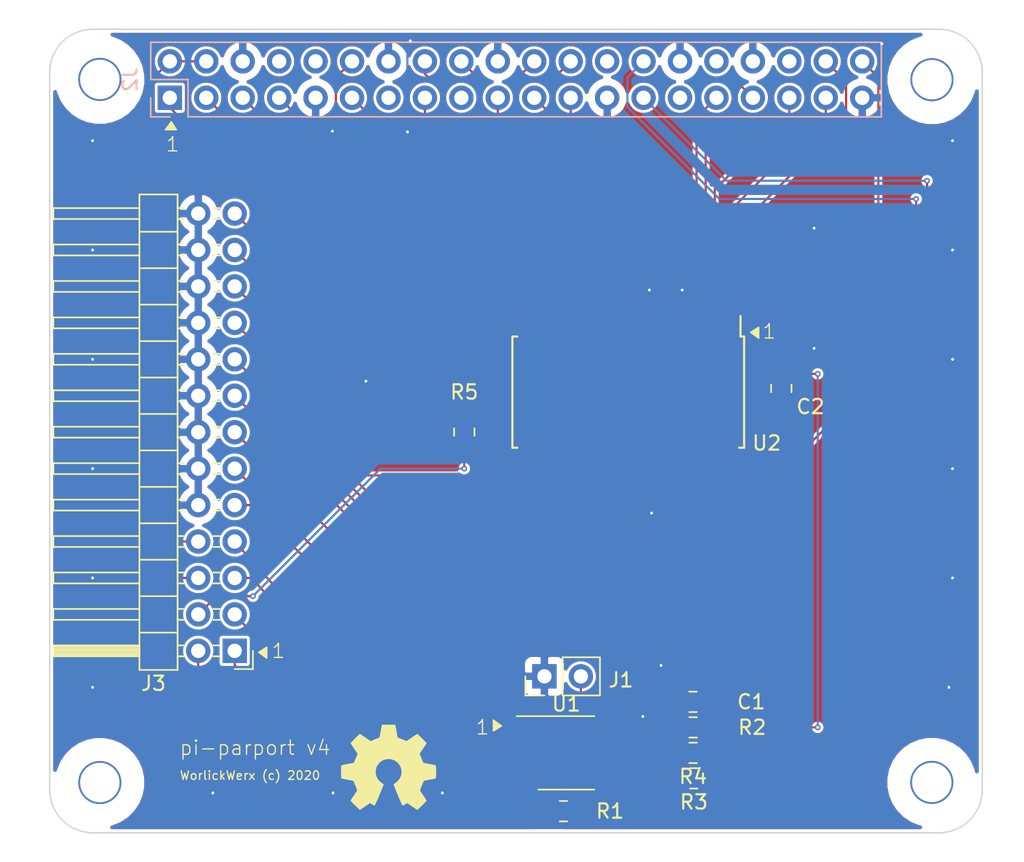
<source format=kicad_pcb>
(kicad_pcb (version 20171130) (host pcbnew 5.1.4+dfsg1-1~bpo10+1)
  (layers (0 F.Cu signal) (31 B.Cu signal) (34 B.Paste user) (35 F.Paste user) (36 B.SilkS user) (37 F.SilkS user) (38 B.Mask user) (39 F.Mask user) (44 Edge.Cuts user))
  (net 0 "")
  (net 1 GND)
  (net 2 /ID_SD_EEPROM)
  (net 3 /ID_SC_EEPROM)
  (net 4 "Net-(J1-Pad2)")
  (net 5 +3V3)
  (net 6 +5V)
  (net 7 /GPIO2)
  (net 8 /GPIO3)
  (net 9 /GPIO4)
  (net 10 "Net-(J2-Pad8)")
  (net 11 "Net-(J2-Pad10)")
  (net 12 /GPIO17)
  (net 13 /GPIO18)
  (net 14 "Net-(J2-Pad13)")
  (net 15 /GPIO22)
  (net 16 /GPIO23)
  (net 17 "Net-(J2-Pad17)")
  (net 18 /GPIO24)
  (net 19 /GPIO10)
  (net 20 /GPIO9)
  (net 21 /GPIO25)
  (net 22 /GPIO11)
  (net 23 /GPIO8)
  (net 24 "Net-(J2-Pad26)")
  (net 25 "Net-(J2-Pad29)")
  (net 26 /GPIO6)
  (net 27 "Net-(J2-Pad32)")
  (net 28 /GPIO13)
  (net 29 /GPIO19)
  (net 30 "Net-(J2-Pad36)")
  (net 31 /GPIO26)
  (net 32 /GPIO20)
  (net 33 /GPIO21)
  (net 34 /CONTROL0)
  (net 35 /CONTROL1)
  (net 36 /DATA0)
  (net 37 /STATUS3)
  (net 38 /DATA1)
  (net 39 /CONTROL2)
  (net 40 /DATA2)
  (net 41 /CONTROL3)
  (net 42 /DATA3)
  (net 43 /DATA4)
  (net 44 /DATA5)
  (net 45 /DATA6)
  (net 46 /DATA7)
  (net 47 /STATUS6)
  (net 48 /STATUS7)
  (net 49 /STATUS5)
  (net 50 /STATUS4)
  (net 51 "Net-(U2-Pad30)")
  (net 52 "Net-(U2-Pad43)")
  (module Symbol:OSHW-Symbol_6.7x6mm_SilkScreen (layer F.Cu) (at 102.1588 112.268)
    (fp_text reference REF** hide)
    (fp_text value OSHW-Symbol_6.7x6mm_SilkScreen hide)
  )
  (module Package_SO:SSOP-48_7.5x15.9mm_P0.635mm (layer F.Cu) (at 118.872 86.106 270)
    (fp_text reference U2 (at 3.556 -9.652 180) (layer F.SilkS))
    (fp_text value SN74LVC161284DLR)
    (pad 1 smd rect (at -4.7 -7.3025 270) (size 1.2 0.4) (layers F.Cu F.Paste F.Mask) (net 32 /GPIO20))
    (pad 2 smd rect (at -4.7 -6.6675 270) (size 1.2 0.4) (layers F.Cu F.Paste F.Mask) (net 31 /GPIO26))
    (pad 3 smd rect (at -4.7 -6.0325 270) (size 1.2 0.4) (layers F.Cu F.Paste F.Mask) (net 29 /GPIO19))
    (pad 4 smd rect (at -4.7 -5.3975 270) (size 1.2 0.4) (layers F.Cu F.Paste F.Mask) (net 26 /GPIO6))
    (pad 5 smd rect (at -4.7 -4.7625 270) (size 1.2 0.4) (layers F.Cu F.Paste F.Mask) (net 28 /GPIO13))
    (pad 6 smd rect (at -4.7 -4.1275 270) (size 1.2 0.4) (layers F.Cu F.Paste F.Mask) (net 1 GND))
    (pad 7 smd rect (at -4.7 -3.4925 270) (size 1.2 0.4) (layers F.Cu F.Paste F.Mask) (net 5 +3V3))
    (pad 8 smd rect (at -4.7 -2.8575 270) (size 1.2 0.4) (layers F.Cu F.Paste F.Mask) (net 22 /GPIO11))
    (pad 9 smd rect (at -4.7 -2.2225 270) (size 1.2 0.4) (layers F.Cu F.Paste F.Mask) (net 23 /GPIO8))
    (pad 10 smd rect (at -4.7 -1.5875 270) (size 1.2 0.4) (layers F.Cu F.Paste F.Mask) (net 1 GND))
    (pad 11 smd rect (at -4.7 -0.9525 270) (size 1.2 0.4) (layers F.Cu F.Paste F.Mask) (net 20 /GPIO9))
    (pad 12 smd rect (at -4.7 -0.3175 270) (size 1.2 0.4) (layers F.Cu F.Paste F.Mask) (net 21 /GPIO25))
    (pad 13 smd rect (at -4.7 0.3175 270) (size 1.2 0.4) (layers F.Cu F.Paste F.Mask) (net 19 /GPIO10))
    (pad 14 smd rect (at -4.7 0.9525 270) (size 1.2 0.4) (layers F.Cu F.Paste F.Mask) (net 18 /GPIO24))
    (pad 15 smd rect (at -4.7 1.5875 270) (size 1.2 0.4) (layers F.Cu F.Paste F.Mask) (net 1 GND))
    (pad 16 smd rect (at -4.7 2.2225 270) (size 1.2 0.4) (layers F.Cu F.Paste F.Mask) (net 16 /GPIO23))
    (pad 17 smd rect (at -4.7 2.8575 270) (size 1.2 0.4) (layers F.Cu F.Paste F.Mask) (net 15 /GPIO22))
    (pad 18 smd rect (at -4.7 3.4925 270) (size 1.2 0.4) (layers F.Cu F.Paste F.Mask) (net 5 +3V3))
    (pad 19 smd rect (at -4.7 4.1275 270) (size 1.2 0.4) (layers F.Cu F.Paste F.Mask) (net 1 GND))
    (pad 20 smd rect (at -4.7 4.7625 270) (size 1.2 0.4) (layers F.Cu F.Paste F.Mask) (net 12 /GPIO17))
    (pad 21 smd rect (at -4.7 5.3975 270) (size 1.2 0.4) (layers F.Cu F.Paste F.Mask) (net 13 /GPIO18))
    (pad 22 smd rect (at -4.7 6.0325 270) (size 1.2 0.4) (layers F.Cu F.Paste F.Mask) (net 9 /GPIO4))
    (pad 23 smd rect (at -4.7 6.6675 270) (size 1.2 0.4) (layers F.Cu F.Paste F.Mask) (net 8 /GPIO3))
    (pad 24 smd rect (at -4.7 7.3025 270) (size 1.2 0.4) (layers F.Cu F.Paste F.Mask) (net 7 /GPIO2))
    (pad 25 smd rect (at 4.7 7.3025 270) (size 1.2 0.4) (layers F.Cu F.Paste F.Mask) (net 37 /STATUS3))
    (pad 26 smd rect (at 4.7 6.6675 270) (size 1.2 0.4) (layers F.Cu F.Paste F.Mask) (net 50 /STATUS4))
    (pad 27 smd rect (at 4.7 6.0325 270) (size 1.2 0.4) (layers F.Cu F.Paste F.Mask) (net 49 /STATUS5))
    (pad 28 smd rect (at 4.7 5.3975 270) (size 1.2 0.4) (layers F.Cu F.Paste F.Mask) (net 48 /STATUS7))
    (pad 29 smd rect (at 4.7 4.7625 270) (size 1.2 0.4) (layers F.Cu F.Paste F.Mask) (net 47 /STATUS6))
    (pad 30 smd rect (at 4.7 4.1275 270) (size 1.2 0.4) (layers F.Cu F.Paste F.Mask) (net 51 "Net-(U2-Pad30)"))
    (pad 31 smd rect (at 4.7 3.4925 270) (size 1.2 0.4) (layers F.Cu F.Paste F.Mask) (net 6 +5V))
    (pad 32 smd rect (at 4.7 2.8575 270) (size 1.2 0.4) (layers F.Cu F.Paste F.Mask) (net 46 /DATA7))
    (pad 33 smd rect (at 4.7 2.2225 270) (size 1.2 0.4) (layers F.Cu F.Paste F.Mask) (net 45 /DATA6))
    (pad 34 smd rect (at 4.7 1.5875 270) (size 1.2 0.4) (layers F.Cu F.Paste F.Mask) (net 1 GND))
    (pad 35 smd rect (at 4.7 0.9525 270) (size 1.2 0.4) (layers F.Cu F.Paste F.Mask) (net 44 /DATA5))
    (pad 36 smd rect (at 4.7 0.3175 270) (size 1.2 0.4) (layers F.Cu F.Paste F.Mask) (net 43 /DATA4))
    (pad 37 smd rect (at 4.7 -0.3175 270) (size 1.2 0.4) (layers F.Cu F.Paste F.Mask) (net 42 /DATA3))
    (pad 38 smd rect (at 4.7 -0.9525 270) (size 1.2 0.4) (layers F.Cu F.Paste F.Mask) (net 40 /DATA2))
    (pad 39 smd rect (at 4.7 -1.5875 270) (size 1.2 0.4) (layers F.Cu F.Paste F.Mask) (net 1 GND))
    (pad 40 smd rect (at 4.7 -2.2225 270) (size 1.2 0.4) (layers F.Cu F.Paste F.Mask) (net 38 /DATA1))
    (pad 41 smd rect (at 4.7 -2.8575 270) (size 1.2 0.4) (layers F.Cu F.Paste F.Mask) (net 36 /DATA0))
    (pad 42 smd rect (at 4.7 -3.4925 270) (size 1.2 0.4) (layers F.Cu F.Paste F.Mask) (net 6 +5V))
    (pad 43 smd rect (at 4.7 -4.1275 270) (size 1.2 0.4) (layers F.Cu F.Paste F.Mask) (net 52 "Net-(U2-Pad43)"))
    (pad 44 smd rect (at 4.7 -4.7625 270) (size 1.2 0.4) (layers F.Cu F.Paste F.Mask) (net 34 /CONTROL0))
    (pad 45 smd rect (at 4.7 -5.3975 270) (size 1.2 0.4) (layers F.Cu F.Paste F.Mask) (net 35 /CONTROL1))
    (pad 46 smd rect (at 4.7 -6.0325 270) (size 1.2 0.4) (layers F.Cu F.Paste F.Mask) (net 39 /CONTROL2))
    (pad 47 smd rect (at 4.7 -6.6675 270) (size 1.2 0.4) (layers F.Cu F.Paste F.Mask) (net 41 /CONTROL3))
    (pad 48 smd rect (at 4.7 -7.3025 270) (size 1.2 0.4) (layers F.Cu F.Paste F.Mask) (net 33 /GPIO21))
  )
  (module Connector_PinHeader_2.54mm:PinHeader_2x13_P2.54mm_Horizontal (layer F.Cu) (at 91.44 104.14 180)
    (fp_text reference J3 (at 5.655 -2.27) (layer F.SilkS))
    (fp_text value Conn_02x13_Odd_Even)
    (pad 1 thru_hole rect (at 0 0 180) (size 1.7 1.7) (drill 1) (layers *.Cu *.Mask) (net 34 /CONTROL0))
    (pad 2 thru_hole oval (at 2.54 0 180) (size 1.7 1.7) (drill 1) (layers *.Cu *.Mask) (net 35 /CONTROL1))
    (pad 3 thru_hole oval (at 0 2.54 180) (size 1.7 1.7) (drill 1) (layers *.Cu *.Mask) (net 36 /DATA0))
    (pad 4 thru_hole oval (at 2.54 2.54 180) (size 1.7 1.7) (drill 1) (layers *.Cu *.Mask) (net 37 /STATUS3))
    (pad 5 thru_hole oval (at 0 5.08 180) (size 1.7 1.7) (drill 1) (layers *.Cu *.Mask) (net 38 /DATA1))
    (pad 6 thru_hole oval (at 2.54 5.08 180) (size 1.7 1.7) (drill 1) (layers *.Cu *.Mask) (net 39 /CONTROL2))
    (pad 7 thru_hole oval (at 0 7.62 180) (size 1.7 1.7) (drill 1) (layers *.Cu *.Mask) (net 40 /DATA2))
    (pad 8 thru_hole oval (at 2.54 7.62 180) (size 1.7 1.7) (drill 1) (layers *.Cu *.Mask) (net 41 /CONTROL3))
    (pad 9 thru_hole oval (at 0 10.16 180) (size 1.7 1.7) (drill 1) (layers *.Cu *.Mask) (net 42 /DATA3))
    (pad 10 thru_hole oval (at 2.54 10.16 180) (size 1.7 1.7) (drill 1) (layers *.Cu *.Mask) (net 1 GND))
    (pad 11 thru_hole oval (at 0 12.7 180) (size 1.7 1.7) (drill 1) (layers *.Cu *.Mask) (net 43 /DATA4))
    (pad 12 thru_hole oval (at 2.54 12.7 180) (size 1.7 1.7) (drill 1) (layers *.Cu *.Mask) (net 1 GND))
    (pad 13 thru_hole oval (at 0 15.24 180) (size 1.7 1.7) (drill 1) (layers *.Cu *.Mask) (net 44 /DATA5))
    (pad 14 thru_hole oval (at 2.54 15.24 180) (size 1.7 1.7) (drill 1) (layers *.Cu *.Mask) (net 1 GND))
    (pad 15 thru_hole oval (at 0 17.78 180) (size 1.7 1.7) (drill 1) (layers *.Cu *.Mask) (net 45 /DATA6))
    (pad 16 thru_hole oval (at 2.54 17.78 180) (size 1.7 1.7) (drill 1) (layers *.Cu *.Mask) (net 1 GND))
    (pad 17 thru_hole oval (at 0 20.32 180) (size 1.7 1.7) (drill 1) (layers *.Cu *.Mask) (net 46 /DATA7))
    (pad 18 thru_hole oval (at 2.54 20.32 180) (size 1.7 1.7) (drill 1) (layers *.Cu *.Mask) (net 1 GND))
    (pad 19 thru_hole oval (at 0 22.86 180) (size 1.7 1.7) (drill 1) (layers *.Cu *.Mask) (net 47 /STATUS6))
    (pad 20 thru_hole oval (at 2.54 22.86 180) (size 1.7 1.7) (drill 1) (layers *.Cu *.Mask) (net 1 GND))
    (pad 21 thru_hole oval (at 0 25.4 180) (size 1.7 1.7) (drill 1) (layers *.Cu *.Mask) (net 48 /STATUS7))
    (pad 22 thru_hole oval (at 2.54 25.4 180) (size 1.7 1.7) (drill 1) (layers *.Cu *.Mask) (net 1 GND))
    (pad 23 thru_hole oval (at 0 27.94 180) (size 1.7 1.7) (drill 1) (layers *.Cu *.Mask) (net 49 /STATUS5))
    (pad 24 thru_hole oval (at 2.54 27.94 180) (size 1.7 1.7) (drill 1) (layers *.Cu *.Mask) (net 1 GND))
    (pad 25 thru_hole oval (at 0 30.48 180) (size 1.7 1.7) (drill 1) (layers *.Cu *.Mask) (net 50 /STATUS4))
    (pad 26 thru_hole oval (at 2.54 30.48 180) (size 1.7 1.7) (drill 1) (layers *.Cu *.Mask) (net 1 GND))
  )
  (module Connector_PinSocket_2.54mm:PinSocket_2x20_P2.54mm_Vertical (layer B.Cu) (at 86.92 65.59 270)
    (fp_text reference J2 (at -1.27 2.77 270) (layer B.SilkS) (effects (justify mirror)))
    (fp_text value 40HAT)
    (pad 1 thru_hole rect (at 0 0 270) (size 1.7 1.7) (drill 1) (layers *.Cu *.Mask) (net 5 +3V3))
    (pad 2 thru_hole oval (at -2.54 0 270) (size 1.7 1.7) (drill 1) (layers *.Cu *.Mask) (net 6 +5V))
    (pad 3 thru_hole oval (at 0 -2.54 270) (size 1.7 1.7) (drill 1) (layers *.Cu *.Mask) (net 7 /GPIO2))
    (pad 4 thru_hole oval (at -2.54 -2.54 270) (size 1.7 1.7) (drill 1) (layers *.Cu *.Mask) (net 6 +5V))
    (pad 5 thru_hole oval (at 0 -5.08 270) (size 1.7 1.7) (drill 1) (layers *.Cu *.Mask) (net 8 /GPIO3))
    (pad 6 thru_hole oval (at -2.54 -5.08 270) (size 1.7 1.7) (drill 1) (layers *.Cu *.Mask) (net 1 GND))
    (pad 7 thru_hole oval (at 0 -7.62 270) (size 1.7 1.7) (drill 1) (layers *.Cu *.Mask) (net 9 /GPIO4))
    (pad 8 thru_hole oval (at -2.54 -7.62 270) (size 1.7 1.7) (drill 1) (layers *.Cu *.Mask) (net 10 "Net-(J2-Pad8)"))
    (pad 9 thru_hole oval (at 0 -10.16 270) (size 1.7 1.7) (drill 1) (layers *.Cu *.Mask) (net 1 GND))
    (pad 10 thru_hole oval (at -2.54 -10.16 270) (size 1.7 1.7) (drill 1) (layers *.Cu *.Mask) (net 11 "Net-(J2-Pad10)"))
    (pad 11 thru_hole oval (at 0 -12.7 270) (size 1.7 1.7) (drill 1) (layers *.Cu *.Mask) (net 12 /GPIO17))
    (pad 12 thru_hole oval (at -2.54 -12.7 270) (size 1.7 1.7) (drill 1) (layers *.Cu *.Mask) (net 13 /GPIO18))
    (pad 13 thru_hole oval (at 0 -15.24 270) (size 1.7 1.7) (drill 1) (layers *.Cu *.Mask) (net 14 "Net-(J2-Pad13)"))
    (pad 14 thru_hole oval (at -2.54 -15.24 270) (size 1.7 1.7) (drill 1) (layers *.Cu *.Mask) (net 1 GND))
    (pad 15 thru_hole oval (at 0 -17.78 270) (size 1.7 1.7) (drill 1) (layers *.Cu *.Mask) (net 15 /GPIO22))
    (pad 16 thru_hole oval (at -2.54 -17.78 270) (size 1.7 1.7) (drill 1) (layers *.Cu *.Mask) (net 16 /GPIO23))
    (pad 17 thru_hole oval (at 0 -20.32 270) (size 1.7 1.7) (drill 1) (layers *.Cu *.Mask) (net 17 "Net-(J2-Pad17)"))
    (pad 18 thru_hole oval (at -2.54 -20.32 270) (size 1.7 1.7) (drill 1) (layers *.Cu *.Mask) (net 18 /GPIO24))
    (pad 19 thru_hole oval (at 0 -22.86 270) (size 1.7 1.7) (drill 1) (layers *.Cu *.Mask) (net 19 /GPIO10))
    (pad 20 thru_hole oval (at -2.54 -22.86 270) (size 1.7 1.7) (drill 1) (layers *.Cu *.Mask) (net 1 GND))
    (pad 21 thru_hole oval (at 0 -25.4 270) (size 1.7 1.7) (drill 1) (layers *.Cu *.Mask) (net 20 /GPIO9))
    (pad 22 thru_hole oval (at -2.54 -25.4 270) (size 1.7 1.7) (drill 1) (layers *.Cu *.Mask) (net 21 /GPIO25))
    (pad 23 thru_hole oval (at 0 -27.94 270) (size 1.7 1.7) (drill 1) (layers *.Cu *.Mask) (net 22 /GPIO11))
    (pad 24 thru_hole oval (at -2.54 -27.94 270) (size 1.7 1.7) (drill 1) (layers *.Cu *.Mask) (net 23 /GPIO8))
    (pad 25 thru_hole oval (at 0 -30.48 270) (size 1.7 1.7) (drill 1) (layers *.Cu *.Mask) (net 1 GND))
    (pad 26 thru_hole oval (at -2.54 -30.48 270) (size 1.7 1.7) (drill 1) (layers *.Cu *.Mask) (net 24 "Net-(J2-Pad26)"))
    (pad 27 thru_hole oval (at 0 -33.02 270) (size 1.7 1.7) (drill 1) (layers *.Cu *.Mask) (net 2 /ID_SD_EEPROM))
    (pad 28 thru_hole oval (at -2.54 -33.02 270) (size 1.7 1.7) (drill 1) (layers *.Cu *.Mask) (net 3 /ID_SC_EEPROM))
    (pad 29 thru_hole oval (at 0 -35.56 270) (size 1.7 1.7) (drill 1) (layers *.Cu *.Mask) (net 25 "Net-(J2-Pad29)"))
    (pad 30 thru_hole oval (at -2.54 -35.56 270) (size 1.7 1.7) (drill 1) (layers *.Cu *.Mask) (net 1 GND))
    (pad 31 thru_hole oval (at 0 -38.1 270) (size 1.7 1.7) (drill 1) (layers *.Cu *.Mask) (net 26 /GPIO6))
    (pad 32 thru_hole oval (at -2.54 -38.1 270) (size 1.7 1.7) (drill 1) (layers *.Cu *.Mask) (net 27 "Net-(J2-Pad32)"))
    (pad 33 thru_hole oval (at 0 -40.64 270) (size 1.7 1.7) (drill 1) (layers *.Cu *.Mask) (net 28 /GPIO13))
    (pad 34 thru_hole oval (at -2.54 -40.64 270) (size 1.7 1.7) (drill 1) (layers *.Cu *.Mask) (net 1 GND))
    (pad 35 thru_hole oval (at 0 -43.18 270) (size 1.7 1.7) (drill 1) (layers *.Cu *.Mask) (net 29 /GPIO19))
    (pad 36 thru_hole oval (at -2.54 -43.18 270) (size 1.7 1.7) (drill 1) (layers *.Cu *.Mask) (net 30 "Net-(J2-Pad36)"))
    (pad 37 thru_hole oval (at 0 -45.72 270) (size 1.7 1.7) (drill 1) (layers *.Cu *.Mask) (net 31 /GPIO26))
    (pad 38 thru_hole oval (at -2.54 -45.72 270) (size 1.7 1.7) (drill 1) (layers *.Cu *.Mask) (net 32 /GPIO20))
    (pad 39 thru_hole oval (at 0 -48.26 270) (size 1.7 1.7) (drill 1) (layers *.Cu *.Mask) (net 1 GND))
    (pad 40 thru_hole oval (at -2.54 -48.26 270) (size 1.7 1.7) (drill 1) (layers *.Cu *.Mask) (net 33 /GPIO21))
  )
  (module Connector_PinHeader_2.54mm:PinHeader_1x02_P2.54mm_Vertical (layer F.Cu) (at 113.03 105.918 90)
    (fp_text reference J1 (at -0.254 5.334 180) (layer F.SilkS))
    (fp_text value CONN_01X02)
    (pad 1 thru_hole rect (at 0 0 90) (size 1.7 1.7) (drill 1) (layers *.Cu *.Mask) (net 1 GND))
    (pad 2 thru_hole oval (at 0 2.54 90) (size 1.7 1.7) (drill 1) (layers *.Cu *.Mask) (net 4 "Net-(J1-Pad2)"))
  )
  (module project_footprints:NPTH_3mm_ID (layer F.Cu) (at 82.04 64.31)
    (fp_text reference H1 (at 0.06 0.09) (layer F.SilkS))
    (fp_text value 3mm_Mounting_Hole hide)
    (pad "" np_thru_hole circle (at 0 0) (size 3 3) (drill 2.75) (layers *.Cu *.Mask) (clearance 1.6))
  )
  (module project_footprints:NPTH_3mm_ID (layer F.Cu) (at 140.04 64.33)
    (fp_text reference H3 (at 0.06 0.09) (layer F.SilkS))
    (fp_text value 3mm_Mounting_Hole hide)
    (pad "" np_thru_hole circle (at 0 0) (size 3 3) (drill 2.75) (layers *.Cu *.Mask) (clearance 1.6))
  )
  (module project_footprints:NPTH_3mm_ID (layer F.Cu) (at 82.04 113.32)
    (fp_text reference H2 (at 0.06 0.09) (layer F.SilkS))
    (fp_text value 3mm_Mounting_Hole hide)
    (pad "" np_thru_hole circle (at 0 0) (size 3 3) (drill 2.75) (layers *.Cu *.Mask) (clearance 1.6))
  )
  (module project_footprints:NPTH_3mm_ID (layer F.Cu) (at 140.03 113.31)
    (fp_text reference H4 (at 0.06 0.09) (layer F.SilkS))
    (fp_text value 3mm_Mounting_Hole hide)
    (pad "" np_thru_hole circle (at 0 0) (size 3 3) (drill 2.75) (layers *.Cu *.Mask) (clearance 1.6))
  )
  (module Resistor_SMD:R_0805_2012Metric_Pad1.15x1.40mm_HandSolder (layer F.Cu) (at 107.442 88.891 90)
    (fp_text reference R5 (at 2.785 0 180) (layer F.SilkS))
    (fp_text value 1.4K)
    (pad 1 smd roundrect (at -1.025 0 90) (size 1.15 1.4) (layers F.Cu F.Paste F.Mask) (roundrect_rratio 0.217391) (net 37 /STATUS3))
    (pad 2 smd roundrect (at 1.025 0 90) (size 1.15 1.4) (layers F.Cu F.Paste F.Mask) (roundrect_rratio 0.217391) (net 6 +5V))
  )
  (module Capacitor_SMD:C_0805_2012Metric_Pad1.15x1.40mm_HandSolder (layer F.Cu) (at 123.3805 107.696 180)
    (fp_text reference C1 (at -4.064 0) (layer F.SilkS))
    (fp_text value 100nF)
    (pad 2 smd roundrect (at 1.025 0 180) (size 1.15 1.4) (layers F.Cu F.Paste F.Mask) (roundrect_rratio 0.217391) (net 1 GND))
    (pad 1 smd roundrect (at -1.025 0 180) (size 1.15 1.4) (layers F.Cu F.Paste F.Mask) (roundrect_rratio 0.217391) (net 5 +3V3))
  )
  (module Capacitor_SMD:C_0805_2012Metric_Pad1.15x1.40mm_HandSolder (layer F.Cu) (at 129.54 85.852 270)
    (fp_text reference C2 (at 1.27 -2.032) (layer F.SilkS))
    (fp_text value 100nF)
    (pad 1 smd roundrect (at -1.025 0 270) (size 1.15 1.4) (layers F.Cu F.Paste F.Mask) (roundrect_rratio 0.217391) (net 5 +3V3))
    (pad 2 smd roundrect (at 1.025 0 270) (size 1.15 1.4) (layers F.Cu F.Paste F.Mask) (roundrect_rratio 0.217391) (net 1 GND))
  )
  (module Resistor_SMD:R_0805_2012Metric_Pad1.15x1.40mm_HandSolder (layer F.Cu) (at 114.3535 115.316 180)
    (fp_text reference R1 (at -3.2485 0) (layer F.SilkS))
    (fp_text value DNP)
    (pad 2 smd roundrect (at 1.025 0 180) (size 1.15 1.4) (layers F.Cu F.Paste F.Mask) (roundrect_rratio 0.217391) (net 1 GND))
    (pad 1 smd roundrect (at -1.025 0 180) (size 1.15 1.4) (layers F.Cu F.Paste F.Mask) (roundrect_rratio 0.217391) (net 4 "Net-(J1-Pad2)"))
  )
  (module Resistor_SMD:R_0805_2012Metric_Pad1.15x1.40mm_HandSolder (layer F.Cu) (at 123.3905 109.474)
    (fp_text reference R2 (at 4.1175 0) (layer F.SilkS))
    (fp_text value 10K)
    (pad 1 smd roundrect (at -1.025 0) (size 1.15 1.4) (layers F.Cu F.Paste F.Mask) (roundrect_rratio 0.217391) (net 4 "Net-(J1-Pad2)"))
    (pad 2 smd roundrect (at 1.025 0) (size 1.15 1.4) (layers F.Cu F.Paste F.Mask) (roundrect_rratio 0.217391) (net 5 +3V3))
  )
  (module Resistor_SMD:R_0805_2012Metric_Pad1.15x1.40mm_HandSolder (layer F.Cu) (at 123.444 113.03 180)
    (fp_text reference R3 (at 0 -1.65) (layer F.SilkS))
    (fp_text value 3.9K)
    (pad 1 smd roundrect (at -1.025 0 180) (size 1.15 1.4) (layers F.Cu F.Paste F.Mask) (roundrect_rratio 0.217391) (net 5 +3V3))
    (pad 2 smd roundrect (at 1.025 0 180) (size 1.15 1.4) (layers F.Cu F.Paste F.Mask) (roundrect_rratio 0.217391) (net 2 /ID_SD_EEPROM))
  )
  (module Resistor_SMD:R_0805_2012Metric_Pad1.15x1.40mm_HandSolder (layer F.Cu) (at 123.3905 111.252 180)
    (fp_text reference R4 (at 0 -1.65) (layer F.SilkS))
    (fp_text value 3.9K)
    (pad 2 smd roundrect (at 1.025 0 180) (size 1.15 1.4) (layers F.Cu F.Paste F.Mask) (roundrect_rratio 0.217391) (net 3 /ID_SC_EEPROM))
    (pad 1 smd roundrect (at -1.025 0 180) (size 1.15 1.4) (layers F.Cu F.Paste F.Mask) (roundrect_rratio 0.217391) (net 5 +3V3))
  )
  (module Package_SO:SOIC-8_3.9x4.9mm_P1.27mm (layer F.Cu) (at 114.554 111.252)
    (fp_text reference U1 (at 0 -3.4) (layer F.SilkS))
    (fp_text value CAT24C32)
    (pad 1 smd roundrect (at -2.475 -1.905) (size 1.95 0.6) (layers F.Cu F.Paste F.Mask) (net 1 GND))
    (pad 2 smd roundrect (at -2.475 -0.635) (size 1.95 0.6) (layers F.Cu F.Paste F.Mask) (net 1 GND))
    (pad 3 smd roundrect (at -2.475 0.635) (size 1.95 0.6) (layers F.Cu F.Paste F.Mask) (net 1 GND))
    (pad 4 smd roundrect (at -2.475 1.905) (size 1.95 0.6) (layers F.Cu F.Paste F.Mask) (net 1 GND))
    (pad 5 smd roundrect (at 2.475 1.905) (size 1.95 0.6) (layers F.Cu F.Paste F.Mask) (net 2 /ID_SD_EEPROM))
    (pad 6 smd roundrect (at 2.475 0.635) (size 1.95 0.6) (layers F.Cu F.Paste F.Mask) (net 3 /ID_SC_EEPROM))
    (pad 7 smd roundrect (at 2.475 -0.635) (size 1.95 0.6) (layers F.Cu F.Paste F.Mask) (net 4 "Net-(J1-Pad2)"))
    (pad 8 smd roundrect (at 2.475 -1.905) (size 1.95 0.6) (layers F.Cu F.Paste F.Mask) (net 5 +3V3))
  )
  (gr_text 1 (at 87.122 68.834) (layer F.SilkS) (effects (font (size 1 1) (thickness 0.09))))
  (gr_poly (pts (xy 86.614 67.818) (xy 87.0204 67.2592) (xy 87.376 67.818)) (layer F.SilkS) (width 0.1))
  (gr_text 1 (at 108.712 109.474) (layer F.SilkS) (effects (font (size 1 1) (thickness 0.09))))
  (gr_poly (pts (xy 109.474 108.966) (xy 110.0328 109.3724) (xy 109.474 109.728)) (layer F.SilkS) (width 0.1))
  (gr_poly (pts (xy 93.6752 104.648) (xy 93.1164 104.2416) (xy 93.6752 103.886)) (layer F.SilkS) (width 0.1))
  (gr_text 1 (at 94.488 104.14) (layer F.SilkS) (effects (font (size 1 1) (thickness 0.09))))
  (gr_text 1 (at 128.7 81.875) (layer F.SilkS) (effects (font (size 1 1) (thickness 0.09))))
  (gr_poly (pts (xy 127.9652 82.3468) (xy 127.4064 81.9404) (xy 127.9652 81.5848)) (layer F.SilkS) (width 0.1))
  (gr_text "WorlickWerx (c) 2020" (at 92.5068 112.8268) (layer F.SilkS) (effects (font (size 0.6 0.6) (thickness 0.09))))
  (gr_text "pi-parport v4" (at 92.8624 110.8964) (layer F.SilkS) (effects (font (size 1 1) (thickness 0.09))))
  (gr_line (start 78.546356 63.817611) (end 78.546356 113.817611) (layer Edge.Cuts) (width 0.1))
  (gr_arc (start 81.546356 63.817611) (end 81.546356 60.817611) (angle -90) (layer Edge.Cuts) (width 0.1))
  (gr_line (start 140.546356 60.817611) (end 81.546356 60.817611) (layer Edge.Cuts) (width 0.1))
  (gr_arc (start 140.546356 63.817611) (end 143.546356 63.817611) (angle -90) (layer Edge.Cuts) (width 0.1))
  (gr_line (start 143.546356 113.817611) (end 143.546356 63.817611) (layer Edge.Cuts) (width 0.1))
  (gr_arc (start 81.546356 113.817611) (end 78.546356 113.817611) (angle -90) (layer Edge.Cuts) (width 0.1))
  (gr_line (start 81.546356 116.817611) (end 140.546356 116.817611) (layer Edge.Cuts) (width 0.1))
  (gr_arc (start 140.546356 113.817611) (end 140.546356 116.817611) (angle -89.9) (layer Edge.Cuts) (width 0.1))
  (via (at 81.534 76.2) (size 0.4) (drill 0.2) (layers F.Cu B.Cu) (net 1))
  (via (at 81.534 83.82) (size 0.4) (drill 0.2) (layers F.Cu B.Cu) (net 1))
  (via (at 81.534 91.44) (size 0.4) (drill 0.2) (layers F.Cu B.Cu) (net 1))
  (via (at 81.534 99.06) (size 0.4) (drill 0.2) (layers F.Cu B.Cu) (net 1))
  (via (at 81.534 106.68) (size 0.4) (drill 0.2) (layers F.Cu B.Cu) (net 1))
  (via (at 89.916 114.046) (size 0.4) (drill 0.2) (layers F.Cu B.Cu) (net 1))
  (via (at 98.298 114.046) (size 0.4) (drill 0.2) (layers F.Cu B.Cu) (net 1))
  (via (at 105.918 114.046) (size 0.4) (drill 0.2) (layers F.Cu B.Cu) (net 1))
  (via (at 141.224 106.68) (size 0.4) (drill 0.2) (layers F.Cu B.Cu) (net 1))
  (via (at 141.478 99.06) (size 0.4) (drill 0.2) (layers F.Cu B.Cu) (net 1))
  (via (at 141.478 91.44) (size 0.4) (drill 0.2) (layers F.Cu B.Cu) (net 1))
  (via (at 141.478 76.2) (size 0.4) (drill 0.2) (layers F.Cu B.Cu) (net 1))
  (via (at 141.478 68.58) (size 0.4) (drill 0.2) (layers F.Cu B.Cu) (net 1))
  (via (at 131.826 74.676) (size 0.4) (drill 0.2) (layers F.Cu B.Cu) (net 1))
  (via (at 131.826 83.058) (size 0.4) (drill 0.2) (layers F.Cu B.Cu) (net 1))
  (via (at 121.158 105.156) (size 0.4) (drill 0.2) (layers F.Cu B.Cu) (net 1))
  (via (at 100.584 85.344) (size 0.4) (drill 0.2) (layers F.Cu B.Cu) (net 1))
  (via (at 81.534 68.58) (size 0.4) (drill 0.2) (layers F.Cu B.Cu) (net 1))
  (via (at 141.478 83.82) (size 0.4) (drill 0.2) (layers F.Cu B.Cu) (net 1))
  (via (at 120.3452 78.994) (size 0.4) (drill 0.2) (layers F.Cu B.Cu) (net 1))
  (via (at 120.4976 94.5388) (size 0.4) (drill 0.2) (layers F.Cu B.Cu) (net 1))
  (via (at 122.6312 78.994) (size 0.4) (drill 0.2) (layers F.Cu B.Cu) (net 1))
  (segment (start 120.3452 78.994) (end 122.6312 78.994) (width 0.15) (layer B.Cu) (net 1))
  (via (at 136.5504 61.8236) (size 0.4) (drill 0.2) (layers F.Cu B.Cu) (net 1))
  (via (at 98.2472 67.9196) (size 0.4) (drill 0.2) (layers F.Cu B.Cu) (net 1))
  (via (at 103.6828 61.6204) (size 0.4) (drill 0.2) (layers F.Cu B.Cu) (net 1))
  (via (at 103.4796 67.9704) (size 0.4) (drill 0.2) (layers F.Cu B.Cu) (net 1))
  (segment (start 103.279601 67.770401) (end 103.4796 67.9704) (width 0.15) (layer B.Cu) (net 1))
  (segment (start 103.228801 67.719601) (end 103.279601 67.770401) (width 0.15) (layer B.Cu) (net 1))
  (segment (start 98.447199 67.719601) (end 103.228801 67.719601) (width 0.15) (layer B.Cu) (net 1))
  (segment (start 98.2472 67.9196) (end 98.447199 67.719601) (width 0.15) (layer B.Cu) (net 1))
  (segment (start 103.4796 61.8236) (end 103.6828 61.6204) (width 0.15) (layer B.Cu) (net 1))
  (segment (start 103.4796 67.9704) (end 103.4796 61.8236) (width 0.15) (layer B.Cu) (net 1))
  (via (at 119.888 108.712) (size 0.4) (drill 0.2) (layers F.Cu B.Cu) (net 1))
  (segment (start 120.4976 79.1464) (end 120.3452 78.994) (width 0.15) (layer B.Cu) (net 1))
  (segment (start 120.4976 94.5388) (end 120.4976 79.1464) (width 0.15) (layer B.Cu) (net 1))
  (segment (start 119.94 66.06) (end 119.94 65.59) (width 0.25) (layer B.Cu) (net 2))
  (segment (start 120.49 66.14) (end 119.94 65.59) (width 0.15) (layer F.Cu) (net 2))
  (segment (start 122.3545 113.157) (end 122.4815 113.03) (width 0.15) (layer F.Cu) (net 2))
  (segment (start 117.254 113.157) (end 122.3545 113.157) (width 0.15) (layer F.Cu) (net 2))
  (segment (start 122.4815 113.68) (end 122.4815 113.03) (width 0.15) (layer F.Cu) (net 2))
  (segment (start 130.048 115.316) (end 123.698 115.316) (width 0.15) (layer F.Cu) (net 2))
  (segment (start 139.7 105.664) (end 130.048 115.316) (width 0.15) (layer F.Cu) (net 2))
  (segment (start 123.698 115.316) (end 122.4815 113.68) (width 0.15) (layer F.Cu) (net 2))
  (segment (start 139.7 71.374) (end 125.724 71.374) (width 0.15) (layer B.Cu) (net 2))
  (segment (start 125.724 71.374) (end 119.94 65.59) (width 0.15) (layer B.Cu) (net 2))
  (segment (start 139.7 71.374) (end 139.7 105.664) (width 0.15) (layer F.Cu) (net 2))
  (via (at 139.7 71.374) (size 0.4) (drill 0.2) (layers F.Cu B.Cu) (net 2))
  (segment (start 119.94 63.05) (end 119.85 63.05) (width 0.15) (layer F.Cu) (net 3))
  (segment (start 122.428 111.3295) (end 122.428 111.252) (width 0.15) (layer F.Cu) (net 3))
  (segment (start 121.8555 111.902) (end 122.428 111.3295) (width 0.15) (layer F.Cu) (net 3))
  (segment (start 121.808 111.902) (end 121.8555 111.902) (width 0.15) (layer F.Cu) (net 3))
  (segment (start 121.793 111.887) (end 121.808 111.902) (width 0.15) (layer F.Cu) (net 3))
  (segment (start 117.254 111.887) (end 121.793 111.887) (width 0.15) (layer F.Cu) (net 3))
  (segment (start 122.428 111.252) (end 123.0005 111.252) (width 0.15) (layer F.Cu) (net 3))
  (segment (start 123.0005 111.252) (end 123.444 111.6955) (width 0.15) (layer F.Cu) (net 3))
  (segment (start 123.444 111.6955) (end 123.444 114.046) (width 0.15) (layer F.Cu) (net 3))
  (segment (start 123.444 114.046) (end 123.952 114.554) (width 0.15) (layer F.Cu) (net 3))
  (segment (start 123.952 114.554) (end 124.300002 114.554) (width 0.15) (layer F.Cu) (net 3))
  (segment (start 124.300002 114.554) (end 129.794 114.554) (width 0.15) (layer F.Cu) (net 3))
  (via (at 138.938 72.644) (size 0.4) (drill 0.2) (layers F.Cu B.Cu) (net 3))
  (segment (start 138.938 105.41) (end 138.938 72.644) (width 0.15) (layer F.Cu) (net 3))
  (segment (start 129.794 114.554) (end 138.938 105.41) (width 0.15) (layer F.Cu) (net 3))
  (segment (start 118.814999 66.236999) (end 118.814999 64.175001) (width 0.15) (layer B.Cu) (net 3))
  (segment (start 118.814999 64.175001) (end 119.090001 63.899999) (width 0.15) (layer B.Cu) (net 3))
  (segment (start 125.222 72.644) (end 118.814999 66.236999) (width 0.15) (layer B.Cu) (net 3))
  (segment (start 119.090001 63.899999) (end 119.94 63.05) (width 0.15) (layer B.Cu) (net 3))
  (segment (start 138.938 72.644) (end 125.222 72.644) (width 0.15) (layer B.Cu) (net 3))
  (segment (start 122.428 109.5515) (end 122.428 109.474) (width 0.15) (layer F.Cu) (net 4))
  (segment (start 121.3625 110.617) (end 122.428 109.5515) (width 0.15) (layer F.Cu) (net 4))
  (segment (start 117.254 110.617) (end 121.3625 110.617) (width 0.15) (layer F.Cu) (net 4))
  (segment (start 116.14 110.428) (end 115.57 109.858) (width 0.15) (layer F.Cu) (net 4))
  (segment (start 116.329 110.617) (end 116.14 110.428) (width 0.15) (layer F.Cu) (net 4))
  (segment (start 115.57 109.858) (end 115.57 105.918) (width 0.15) (layer F.Cu) (net 4))
  (segment (start 116.14 110.428) (end 116.078 110.366) (width 0.15) (layer F.Cu) (net 4))
  (segment (start 115.316 114.666) (end 115.316 115.316) (width 0.15) (layer F.Cu) (net 4))
  (segment (start 115.316 111.63) (end 115.316 114.666) (width 0.15) (layer F.Cu) (net 4))
  (segment (start 116.329 110.617) (end 115.316 111.63) (width 0.15) (layer F.Cu) (net 4))
  (segment (start 117.254 110.617) (end 116.329 110.617) (width 0.15) (layer F.Cu) (net 4))
  (segment (start 124.4065 111.3055) (end 124.353 111.252) (width 0.15) (layer F.Cu) (net 5))
  (segment (start 124.4065 113.03) (end 124.4065 111.3055) (width 0.15) (layer F.Cu) (net 5))
  (segment (start 124.353 111.252) (end 124.353 109.474) (width 0.15) (layer F.Cu) (net 5))
  (segment (start 121.412 84.836) (end 122.3645 83.8835) (width 0.15) (layer F.Cu) (net 5))
  (segment (start 115.3795 83.8835) (end 116.332 84.836) (width 0.15) (layer F.Cu) (net 5))
  (segment (start 86.92 66.274012) (end 90.495988 69.85) (width 0.15) (layer F.Cu) (net 5))
  (segment (start 86.92 65.59) (end 86.92 66.274012) (width 0.15) (layer F.Cu) (net 5))
  (segment (start 90.495988 69.85) (end 91.948 69.85) (width 0.15) (layer F.Cu) (net 5))
  (segment (start 106.934 84.836) (end 117.856 84.836) (width 0.15) (layer F.Cu) (net 5))
  (segment (start 91.948 69.85) (end 106.934 84.836) (width 0.15) (layer F.Cu) (net 5))
  (segment (start 117.856 84.836) (end 121.412 84.836) (width 0.15) (layer F.Cu) (net 5))
  (segment (start 116.332 84.836) (end 117.856 84.836) (width 0.15) (layer F.Cu) (net 5))
  (via (at 132.08 109.474) (size 0.4) (drill 0.2) (layers F.Cu B.Cu) (net 5))
  (segment (start 132.08 84.836) (end 132.08 109.474) (width 0.15) (layer B.Cu) (net 5))
  (segment (start 124.4155 109.474) (end 132.08 109.474) (width 0.15) (layer F.Cu) (net 5))
  (via (at 132.08 84.836) (size 0.4) (drill 0.2) (layers F.Cu B.Cu) (net 5))
  (segment (start 121.412 84.836) (end 127.762 84.836) (width 0.15) (layer F.Cu) (net 5))
  (segment (start 127.771 84.827) (end 129.54 84.827) (width 0.15) (layer F.Cu) (net 5))
  (segment (start 127.762 84.836) (end 127.771 84.827) (width 0.15) (layer F.Cu) (net 5))
  (segment (start 129.549 84.836) (end 129.54 84.827) (width 0.15) (layer F.Cu) (net 5))
  (segment (start 132.08 84.836) (end 129.549 84.836) (width 0.15) (layer F.Cu) (net 5))
  (segment (start 124.4155 107.706) (end 124.4055 107.696) (width 0.15) (layer F.Cu) (net 5))
  (segment (start 124.4155 109.474) (end 124.4155 107.706) (width 0.15) (layer F.Cu) (net 5))
  (segment (start 117.129 109.347) (end 120.304 106.172) (width 0.15) (layer F.Cu) (net 5))
  (segment (start 120.304 106.172) (end 123.952 106.172) (width 0.15) (layer F.Cu) (net 5))
  (segment (start 124.4055 106.6255) (end 124.4055 107.696) (width 0.15) (layer F.Cu) (net 5))
  (segment (start 123.952 106.172) (end 124.4055 106.6255) (width 0.15) (layer F.Cu) (net 5))
  (segment (start 122.3645 83.8835) (end 122.3645 81.406) (width 0.15) (layer F.Cu) (net 5))
  (segment (start 115.3795 82.2325) (end 115.3795 81.406) (width 0.15) (layer F.Cu) (net 5))
  (segment (start 115.3795 83.8835) (end 115.3795 82.2325) (width 0.15) (layer F.Cu) (net 5))
  (segment (start 108.142 87.866) (end 108.16 87.884) (width 0.15) (layer F.Cu) (net 6))
  (segment (start 107.442 87.866) (end 108.142 87.866) (width 0.15) (layer F.Cu) (net 6))
  (segment (start 114.3 87.884) (end 115.3795 88.9635) (width 0.15) (layer F.Cu) (net 6))
  (segment (start 121.412 87.884) (end 114.046 87.884) (width 0.15) (layer F.Cu) (net 6))
  (segment (start 114.046 87.884) (end 114.3 87.884) (width 0.15) (layer F.Cu) (net 6))
  (segment (start 108.16 87.884) (end 114.046 87.884) (width 0.15) (layer F.Cu) (net 6))
  (segment (start 85.215001 64.754999) (end 85.215001 67.946999) (width 0.15) (layer F.Cu) (net 6))
  (segment (start 86.92 63.05) (end 85.215001 64.754999) (width 0.15) (layer F.Cu) (net 6))
  (segment (start 85.215001 67.946999) (end 88.896002 71.628) (width 0.15) (layer F.Cu) (net 6))
  (segment (start 107.442 87.291) (end 107.442 87.866) (width 0.15) (layer F.Cu) (net 6))
  (segment (start 91.779 71.628) (end 107.442 87.291) (width 0.15) (layer F.Cu) (net 6))
  (segment (start 88.896002 71.628) (end 91.779 71.628) (width 0.15) (layer F.Cu) (net 6))
  (segment (start 86.92 63.05) (end 89.46 63.05) (width 0.15) (layer F.Cu) (net 6))
  (segment (start 115.3795 88.9635) (end 115.3795 90.806) (width 0.15) (layer F.Cu) (net 6))
  (segment (start 122.428 88.9) (end 121.412 87.884) (width 0.15) (layer F.Cu) (net 6))
  (segment (start 122.428 89.9925) (end 122.428 88.9) (width 0.15) (layer F.Cu) (net 6))
  (segment (start 122.3645 90.056) (end 122.428 89.9925) (width 0.15) (layer F.Cu) (net 6))
  (segment (start 122.3645 90.806) (end 122.3645 90.056) (width 0.15) (layer F.Cu) (net 6))
  (segment (start 105.276 81.406) (end 111.5695 81.406) (width 0.15) (layer F.Cu) (net 7))
  (segment (start 89.46 65.59) (end 105.276 81.406) (width 0.15) (layer F.Cu) (net 7))
  (segment (start 112.2045 80.656) (end 112.2045 81.406) (width 0.15) (layer F.Cu) (net 8))
  (segment (start 111.5585 80.01) (end 112.2045 80.656) (width 0.15) (layer F.Cu) (net 8))
  (segment (start 106.42 80.01) (end 111.5585 80.01) (width 0.15) (layer F.Cu) (net 8))
  (segment (start 92 65.59) (end 106.42 80.01) (width 0.15) (layer F.Cu) (net 8))
  (segment (start 107.944 78.994) (end 107.95 78.994) (width 0.15) (layer F.Cu) (net 9))
  (segment (start 94.54 65.59) (end 107.944 78.994) (width 0.15) (layer F.Cu) (net 9))
  (segment (start 107.95 78.994) (end 108.204 79.248) (width 0.15) (layer F.Cu) (net 9))
  (segment (start 108.204 79.248) (end 111.76 79.248) (width 0.15) (layer F.Cu) (net 9))
  (segment (start 112.8395 80.3275) (end 112.8395 81.406) (width 0.15) (layer F.Cu) (net 9))
  (segment (start 111.76 79.248) (end 112.8395 80.3275) (width 0.15) (layer F.Cu) (net 9))
  (segment (start 99.62 65.59) (end 111.754 77.724) (width 0.15) (layer F.Cu) (net 12))
  (segment (start 111.754 77.724) (end 112.014 77.724) (width 0.15) (layer F.Cu) (net 12))
  (segment (start 114.1095 79.8195) (end 114.1095 81.406) (width 0.15) (layer F.Cu) (net 12))
  (segment (start 112.014 77.724) (end 114.1095 79.8195) (width 0.15) (layer F.Cu) (net 12))
  (segment (start 111.76 78.486) (end 113.4745 80.2005) (width 0.15) (layer F.Cu) (net 13))
  (segment (start 110.452502 78.486) (end 111.76 78.486) (width 0.15) (layer F.Cu) (net 13))
  (segment (start 98.494999 66.528497) (end 110.452502 78.486) (width 0.15) (layer F.Cu) (net 13))
  (segment (start 99.62 63.05) (end 98.494999 64.175001) (width 0.15) (layer F.Cu) (net 13))
  (segment (start 113.4745 80.2005) (end 113.4745 81.406) (width 0.15) (layer F.Cu) (net 13))
  (segment (start 98.494999 64.175001) (end 98.494999 66.528497) (width 0.15) (layer F.Cu) (net 13))
  (segment (start 104.7 68.378) (end 104.7 65.59) (width 0.15) (layer F.Cu) (net 15))
  (segment (start 116.0145 79.6925) (end 104.7 68.378) (width 0.15) (layer F.Cu) (net 15))
  (segment (start 116.0145 79.6925) (end 116.0145 81.406) (width 0.15) (layer F.Cu) (net 15))
  (segment (start 104.7 63.924998) (end 105.918 65.142998) (width 0.15) (layer F.Cu) (net 16))
  (segment (start 104.7 63.05) (end 104.7 63.924998) (width 0.15) (layer F.Cu) (net 16))
  (segment (start 105.918 65.142998) (end 105.918 67.818) (width 0.15) (layer F.Cu) (net 16))
  (segment (start 105.918 67.818) (end 116.6495 78.5495) (width 0.15) (layer F.Cu) (net 16))
  (segment (start 116.6495 80.5815) (end 116.6495 81.406) (width 0.15) (layer F.Cu) (net 16))
  (segment (start 116.6495 78.5495) (end 116.6495 80.5815) (width 0.15) (layer F.Cu) (net 16))
  (segment (start 108.365001 64.175001) (end 108.365001 68.741001) (width 0.15) (layer F.Cu) (net 18))
  (segment (start 107.24 63.05) (end 108.365001 64.175001) (width 0.15) (layer F.Cu) (net 18))
  (segment (start 108.365001 68.741001) (end 117.9195 78.2955) (width 0.15) (layer F.Cu) (net 18))
  (segment (start 117.9195 78.2955) (end 117.9195 81.406) (width 0.15) (layer F.Cu) (net 18))
  (segment (start 109.78 65.59) (end 109.78 68.632) (width 0.15) (layer F.Cu) (net 19))
  (segment (start 109.78 68.632) (end 118.5545 77.4065) (width 0.15) (layer F.Cu) (net 19))
  (segment (start 118.5545 77.9145) (end 118.5545 81.406) (width 0.15) (layer F.Cu) (net 19))
  (segment (start 118.5545 77.4065) (end 118.5545 77.9145) (width 0.15) (layer F.Cu) (net 19))
  (segment (start 113.169999 66.439999) (end 113.169999 69.481999) (width 0.15) (layer F.Cu) (net 20))
  (segment (start 112.32 65.59) (end 113.169999 66.439999) (width 0.15) (layer F.Cu) (net 20))
  (segment (start 113.169999 69.481999) (end 119.8245 76.1365) (width 0.15) (layer F.Cu) (net 20))
  (segment (start 119.8245 80.7085) (end 119.8245 81.406) (width 0.15) (layer F.Cu) (net 20))
  (segment (start 119.8245 76.1365) (end 119.8245 80.7085) (width 0.15) (layer F.Cu) (net 20))
  (segment (start 112.32 63.05) (end 110.998 64.372) (width 0.15) (layer F.Cu) (net 21))
  (segment (start 110.998 64.372) (end 110.998 68.326) (width 0.15) (layer F.Cu) (net 21))
  (segment (start 110.998 68.326) (end 119.1895 76.5175) (width 0.15) (layer F.Cu) (net 21))
  (segment (start 119.1895 81.0895) (end 119.1895 81.406) (width 0.15) (layer F.Cu) (net 21))
  (segment (start 119.1895 76.5175) (end 119.1895 81.0895) (width 0.15) (layer F.Cu) (net 21))
  (segment (start 114.86 65.59) (end 114.86 68.378) (width 0.15) (layer F.Cu) (net 22))
  (segment (start 114.86 68.378) (end 121.7295 75.2475) (width 0.15) (layer F.Cu) (net 22))
  (segment (start 121.7295 81.3435) (end 121.7295 81.406) (width 0.15) (layer F.Cu) (net 22))
  (segment (start 121.7295 75.2475) (end 121.7295 81.3435) (width 0.15) (layer F.Cu) (net 22))
  (segment (start 113.734999 68.522999) (end 121.0945 75.8825) (width 0.15) (layer F.Cu) (net 23))
  (segment (start 114.86 63.05) (end 113.734999 64.175001) (width 0.15) (layer F.Cu) (net 23))
  (segment (start 121.0945 75.8825) (end 121.0945 81.406) (width 0.15) (layer F.Cu) (net 23))
  (segment (start 113.734999 64.175001) (end 113.734999 68.522999) (width 0.15) (layer F.Cu) (net 23))
  (segment (start 124.170001 82.068501) (end 124.2695 82.168) (width 0.15) (layer F.Cu) (net 26))
  (segment (start 125.02 65.59) (end 124.170001 66.439999) (width 0.15) (layer F.Cu) (net 26))
  (segment (start 124.2695 66.539498) (end 124.2695 81.406) (width 0.15) (layer F.Cu) (net 26))
  (segment (start 124.170001 66.439999) (end 124.2695 66.539498) (width 0.15) (layer F.Cu) (net 26))
  (segment (start 124.479999 64.464999) (end 123.6345 65.310498) (width 0.15) (layer F.Cu) (net 28))
  (segment (start 126.434999 64.464999) (end 124.479999 64.464999) (width 0.15) (layer F.Cu) (net 28))
  (segment (start 127.56 65.59) (end 126.434999 64.464999) (width 0.15) (layer F.Cu) (net 28))
  (segment (start 123.6345 66.7385) (end 123.6345 81.406) (width 0.15) (layer F.Cu) (net 28))
  (segment (start 123.6345 65.310498) (end 123.6345 66.7385) (width 0.15) (layer F.Cu) (net 28))
  (segment (start 130.1 66.792081) (end 124.9045 71.987581) (width 0.15) (layer F.Cu) (net 29))
  (segment (start 130.1 65.59) (end 130.1 66.792081) (width 0.15) (layer F.Cu) (net 29))
  (segment (start 124.9045 74.8665) (end 124.9045 81.406) (width 0.15) (layer F.Cu) (net 29))
  (segment (start 124.9045 71.987581) (end 124.9045 74.8665) (width 0.15) (layer F.Cu) (net 29))
  (segment (start 132.64 66.792081) (end 125.5395 73.892581) (width 0.15) (layer F.Cu) (net 31))
  (segment (start 132.64 65.59) (end 132.64 66.792081) (width 0.15) (layer F.Cu) (net 31))
  (segment (start 125.5395 73.892581) (end 125.5395 81.406) (width 0.15) (layer F.Cu) (net 31))
  (segment (start 134.054999 64.464999) (end 134.054999 67.113001) (width 0.15) (layer F.Cu) (net 32))
  (segment (start 132.64 63.05) (end 134.054999 64.464999) (width 0.15) (layer F.Cu) (net 32))
  (segment (start 134.054999 67.113001) (end 126.1745 74.9935) (width 0.15) (layer F.Cu) (net 32))
  (segment (start 126.1745 74.9935) (end 126.1745 81.406) (width 0.15) (layer F.Cu) (net 32))
  (segment (start 130.428 90.806) (end 126.1745 90.806) (width 0.15) (layer F.Cu) (net 33))
  (segment (start 136.305001 84.928999) (end 130.428 90.806) (width 0.15) (layer F.Cu) (net 33))
  (segment (start 135.18 63.05) (end 136.305001 64.175001) (width 0.15) (layer F.Cu) (net 33))
  (segment (start 136.305001 64.175001) (end 136.305001 84.928999) (width 0.15) (layer F.Cu) (net 33))
  (segment (start 123.6345 91.3765) (end 123.474501 91.216501) (width 0.15) (layer F.Cu) (net 34))
  (segment (start 109.696 103.124) (end 109.728 103.124) (width 0.15) (layer F.Cu) (net 34))
  (segment (start 91.44 105.14) (end 92.202 105.902) (width 0.15) (layer F.Cu) (net 34))
  (segment (start 109.728 103.124) (end 111.76 101.092) (width 0.15) (layer F.Cu) (net 34))
  (segment (start 106.918 105.902) (end 109.696 103.124) (width 0.15) (layer F.Cu) (net 34))
  (segment (start 111.76 101.092) (end 122.682 101.092) (width 0.15) (layer F.Cu) (net 34))
  (segment (start 123.444 92.5085) (end 123.444 100.33) (width 0.15) (layer F.Cu) (net 34))
  (segment (start 122.682 101.092) (end 123.444 100.33) (width 0.15) (layer F.Cu) (net 34))
  (segment (start 92.202 105.902) (end 106.918 105.902) (width 0.15) (layer F.Cu) (net 34))
  (segment (start 91.44 104.14) (end 91.44 105.14) (width 0.15) (layer F.Cu) (net 34))
  (segment (start 123.6345 92.318) (end 123.444 92.5085) (width 0.15) (layer F.Cu) (net 34))
  (segment (start 123.6345 91.568) (end 123.6345 92.318) (width 0.15) (layer F.Cu) (net 34))
  (segment (start 123.6345 91.568) (end 123.6345 90.806) (width 0.15) (layer F.Cu) (net 34))
  (segment (start 88.9 105.342081) (end 89.983919 106.68) (width 0.15) (layer F.Cu) (net 35))
  (segment (start 89.983919 106.68) (end 106.934 106.68) (width 0.15) (layer F.Cu) (net 35))
  (segment (start 122.682 101.854) (end 124.2695 100.33) (width 0.15) (layer F.Cu) (net 35))
  (segment (start 124.2695 100.33) (end 124.2695 91.3765) (width 0.15) (layer F.Cu) (net 35))
  (segment (start 124.2695 91.3765) (end 124.2695 91.568) (width 0.15) (layer F.Cu) (net 35))
  (segment (start 111.76 101.854) (end 122.682 101.854) (width 0.15) (layer F.Cu) (net 35))
  (segment (start 88.9 104.14) (end 88.9 105.342081) (width 0.15) (layer F.Cu) (net 35))
  (segment (start 106.934 106.68) (end 111.76 101.854) (width 0.15) (layer F.Cu) (net 35))
  (segment (start 121.7295 97.282) (end 121.7295 91.568) (width 0.15) (layer F.Cu) (net 36))
  (segment (start 119.38 100.33) (end 121.7295 97.282) (width 0.15) (layer F.Cu) (net 36))
  (segment (start 111.76 100.33) (end 119.38 100.33) (width 0.15) (layer F.Cu) (net 36))
  (segment (start 106.934 105.156) (end 111.76 100.33) (width 0.15) (layer F.Cu) (net 36))
  (segment (start 94.742 105.156) (end 106.934 105.156) (width 0.15) (layer F.Cu) (net 36))
  (segment (start 91.44 101.6) (end 94.742 105.156) (width 0.15) (layer F.Cu) (net 36))
  (segment (start 121.7295 91.568) (end 121.7295 90.806) (width 0.15) (layer F.Cu) (net 36))
  (via (at 107.442 91.44) (size 0.4) (drill 0.2) (layers F.Cu B.Cu) (net 37))
  (via (at 92.71 100.33) (size 0.4) (drill 0.2) (layers F.Cu B.Cu) (net 37))
  (segment (start 101.6 91.44) (end 92.71 100.33) (width 0.15) (layer B.Cu) (net 37))
  (segment (start 107.442 91.44) (end 101.6 91.44) (width 0.15) (layer B.Cu) (net 37))
  (segment (start 90.17 100.33) (end 88.9 101.6) (width 0.15) (layer F.Cu) (net 37))
  (segment (start 92.71 100.33) (end 90.17 100.33) (width 0.15) (layer F.Cu) (net 37))
  (segment (start 107.442 91.44) (end 107.442 89.916) (width 0.15) (layer F.Cu) (net 37))
  (segment (start 111.5695 90.406) (end 111.5695 90.806) (width 0.15) (layer F.Cu) (net 37))
  (segment (start 111.0795 89.916) (end 111.5695 90.406) (width 0.15) (layer F.Cu) (net 37))
  (segment (start 107.442 89.916) (end 111.0795 89.916) (width 0.15) (layer F.Cu) (net 37))
  (segment (start 121.158 97.282) (end 121.0945 91.568) (width 0.15) (layer F.Cu) (net 38))
  (segment (start 119.38 99.568) (end 121.158 97.282) (width 0.15) (layer F.Cu) (net 38))
  (segment (start 111.76 99.568) (end 119.38 99.568) (width 0.15) (layer F.Cu) (net 38))
  (segment (start 106.934 104.394) (end 111.76 99.568) (width 0.15) (layer F.Cu) (net 38))
  (segment (start 97.282 104.394) (end 106.934 104.394) (width 0.15) (layer F.Cu) (net 38))
  (segment (start 92.642081 99.06) (end 97.282 104.394) (width 0.15) (layer F.Cu) (net 38))
  (segment (start 91.44 99.06) (end 92.642081 99.06) (width 0.15) (layer F.Cu) (net 38))
  (segment (start 121.0945 91.568) (end 121.0945 90.806) (width 0.15) (layer F.Cu) (net 38))
  (segment (start 111.76 102.616) (end 122.682 102.616) (width 0.15) (layer F.Cu) (net 39))
  (segment (start 106.947012 107.442) (end 111.76 102.616) (width 0.15) (layer F.Cu) (net 39))
  (segment (start 86.614 106.934) (end 87.122 107.442) (width 0.15) (layer F.Cu) (net 39))
  (segment (start 86.614 100.33) (end 86.614 106.934) (width 0.15) (layer F.Cu) (net 39))
  (segment (start 122.682 102.616) (end 124.94768 100.33) (width 0.15) (layer F.Cu) (net 39))
  (segment (start 87.122 107.442) (end 106.947012 107.442) (width 0.15) (layer F.Cu) (net 39))
  (segment (start 87.697919 99.06) (end 86.614 100.33) (width 0.15) (layer F.Cu) (net 39))
  (segment (start 88.9 99.06) (end 87.697919 99.06) (width 0.15) (layer F.Cu) (net 39))
  (segment (start 124.94768 100.33) (end 124.968 100.30968) (width 0.15) (layer F.Cu) (net 39))
  (segment (start 124.94768 100.33) (end 124.9045 91.568) (width 0.15) (layer F.Cu) (net 39))
  (segment (start 124.9045 91.568) (end 124.9045 90.806) (width 0.15) (layer F.Cu) (net 39))
  (segment (start 119.888 97.282) (end 119.8245 91.568) (width 0.15) (layer F.Cu) (net 40))
  (segment (start 111.76 98.806) (end 118.618 98.806) (width 0.15) (layer F.Cu) (net 40))
  (segment (start 106.934 103.632) (end 111.76 98.806) (width 0.15) (layer F.Cu) (net 40))
  (segment (start 118.618 98.806) (end 119.888 97.282) (width 0.15) (layer F.Cu) (net 40))
  (segment (start 97.79 103.632) (end 106.934 103.632) (width 0.15) (layer F.Cu) (net 40))
  (segment (start 91.44 96.52) (end 97.79 103.632) (width 0.15) (layer F.Cu) (net 40))
  (segment (start 119.8245 91.568) (end 119.8245 90.806) (width 0.15) (layer F.Cu) (net 40))
  (segment (start 87.122 96.52) (end 85.852 97.79) (width 0.15) (layer F.Cu) (net 41))
  (segment (start 86.868 108.204) (end 106.934 108.204) (width 0.15) (layer F.Cu) (net 41))
  (segment (start 122.682 103.378) (end 125.73 100.33) (width 0.15) (layer F.Cu) (net 41))
  (segment (start 85.852 97.79) (end 85.852 107.188) (width 0.15) (layer F.Cu) (net 41))
  (segment (start 88.9 96.52) (end 87.122 96.52) (width 0.15) (layer F.Cu) (net 41))
  (segment (start 111.76 103.378) (end 122.682 103.378) (width 0.15) (layer F.Cu) (net 41))
  (segment (start 125.73 92.5085) (end 125.73 100.33) (width 0.15) (layer F.Cu) (net 41))
  (segment (start 125.5395 92.318) (end 125.73 92.5085) (width 0.15) (layer F.Cu) (net 41))
  (segment (start 106.934 108.204) (end 111.76 103.378) (width 0.15) (layer F.Cu) (net 41))
  (segment (start 125.5395 91.568) (end 125.5395 92.318) (width 0.15) (layer F.Cu) (net 41))
  (segment (start 85.852 107.188) (end 86.868 108.204) (width 0.15) (layer F.Cu) (net 41))
  (segment (start 125.5395 91.568) (end 125.5395 90.806) (width 0.15) (layer F.Cu) (net 41))
  (segment (start 119.1895 97.282) (end 119.1895 91.568) (width 0.15) (layer F.Cu) (net 42))
  (segment (start 118.618 98.044) (end 119.1895 97.282) (width 0.15) (layer F.Cu) (net 42))
  (segment (start 101.532081 102.87) (end 106.934 102.87) (width 0.15) (layer F.Cu) (net 42))
  (segment (start 111.76 98.044) (end 118.618 98.044) (width 0.15) (layer F.Cu) (net 42))
  (segment (start 106.934 102.87) (end 111.76 98.044) (width 0.15) (layer F.Cu) (net 42))
  (segment (start 92.642081 93.98) (end 101.532081 102.87) (width 0.15) (layer F.Cu) (net 42))
  (segment (start 91.44 93.98) (end 92.642081 93.98) (width 0.15) (layer F.Cu) (net 42))
  (segment (start 119.1895 91.568) (end 119.1895 90.806) (width 0.15) (layer F.Cu) (net 42))
  (segment (start 91.44 91.44) (end 102.108 102.108) (width 0.15) (layer F.Cu) (net 43))
  (segment (start 102.108 102.108) (end 106.934 102.108) (width 0.15) (layer F.Cu) (net 43))
  (segment (start 106.934 102.108) (end 111.76 97.282) (width 0.15) (layer F.Cu) (net 43))
  (segment (start 111.76 97.282) (end 118.11 97.282) (width 0.15) (layer F.Cu) (net 43))
  (segment (start 118.11 97.282) (end 118.618 96.774) (width 0.15) (layer F.Cu) (net 43))
  (segment (start 118.5545 96.7105) (end 118.5545 91.568) (width 0.15) (layer F.Cu) (net 43))
  (segment (start 118.618 96.774) (end 118.5545 96.7105) (width 0.15) (layer F.Cu) (net 43))
  (segment (start 118.5545 91.568) (end 118.5545 90.806) (width 0.15) (layer F.Cu) (net 43))
  (segment (start 117.348 96.52) (end 117.9195 96.012) (width 0.15) (layer F.Cu) (net 44))
  (segment (start 111.76 96.52) (end 117.348 96.52) (width 0.15) (layer F.Cu) (net 44))
  (segment (start 92.289999 90.003999) (end 103.632 101.346) (width 0.15) (layer F.Cu) (net 44))
  (segment (start 103.632 101.346) (end 106.934 101.346) (width 0.15) (layer F.Cu) (net 44))
  (segment (start 106.934 101.346) (end 111.76 96.52) (width 0.15) (layer F.Cu) (net 44))
  (segment (start 92.289999 89.749999) (end 92.289999 90.003999) (width 0.15) (layer F.Cu) (net 44))
  (segment (start 117.9195 96.012) (end 117.9195 91.568) (width 0.15) (layer F.Cu) (net 44))
  (segment (start 91.44 88.9) (end 92.289999 89.749999) (width 0.15) (layer F.Cu) (net 44))
  (segment (start 117.9195 91.568) (end 117.9195 90.806) (width 0.15) (layer F.Cu) (net 44))
  (segment (start 106.934 100.584) (end 111.76 95.758) (width 0.15) (layer F.Cu) (net 45))
  (segment (start 92.289999 87.717999) (end 105.156 100.584) (width 0.15) (layer F.Cu) (net 45))
  (segment (start 105.156 100.584) (end 106.934 100.584) (width 0.15) (layer F.Cu) (net 45))
  (segment (start 92.289999 87.209999) (end 92.289999 87.717999) (width 0.15) (layer F.Cu) (net 45))
  (segment (start 91.44 86.36) (end 92.289999 87.209999) (width 0.15) (layer F.Cu) (net 45))
  (segment (start 111.76 95.758) (end 116.078 95.758) (width 0.15) (layer F.Cu) (net 45))
  (segment (start 116.078 95.758) (end 116.6495 95.1865) (width 0.15) (layer F.Cu) (net 45))
  (segment (start 116.6495 91.7575) (end 116.6495 90.806) (width 0.15) (layer F.Cu) (net 45))
  (segment (start 116.6495 91.7575) (end 116.6495 91.568) (width 0.15) (layer F.Cu) (net 45))
  (segment (start 116.6495 95.1865) (end 116.6495 91.7575) (width 0.15) (layer F.Cu) (net 45))
  (segment (start 105.156 99.822) (end 106.934 99.822) (width 0.15) (layer F.Cu) (net 46))
  (segment (start 93.218 87.884) (end 105.156 99.822) (width 0.15) (layer F.Cu) (net 46))
  (segment (start 106.934 99.822) (end 111.76 94.996) (width 0.15) (layer F.Cu) (net 46))
  (segment (start 93.218 85.598) (end 93.218 87.884) (width 0.15) (layer F.Cu) (net 46))
  (segment (start 91.44 83.82) (end 93.218 85.598) (width 0.15) (layer F.Cu) (net 46))
  (segment (start 111.76 94.996) (end 115.824 94.996) (width 0.15) (layer F.Cu) (net 46))
  (segment (start 116.0145 94.8055) (end 116.0145 91.568) (width 0.15) (layer F.Cu) (net 46))
  (segment (start 115.824 94.996) (end 116.0145 94.8055) (width 0.15) (layer F.Cu) (net 46))
  (segment (start 116.0145 91.568) (end 116.0145 90.806) (width 0.15) (layer F.Cu) (net 46))
  (segment (start 114.1095 93.9165) (end 114.1095 91.568) (width 0.15) (layer F.Cu) (net 47))
  (segment (start 91.44 81.28) (end 93.98 83.82) (width 0.15) (layer F.Cu) (net 47))
  (segment (start 105.156 99.06) (end 106.934 99.06) (width 0.15) (layer F.Cu) (net 47))
  (segment (start 111.76 94.234) (end 113.792 94.234) (width 0.15) (layer F.Cu) (net 47))
  (segment (start 106.934 99.06) (end 111.76 94.234) (width 0.15) (layer F.Cu) (net 47))
  (segment (start 93.98 87.884) (end 105.156 99.06) (width 0.15) (layer F.Cu) (net 47))
  (segment (start 113.792 94.234) (end 114.1095 93.9165) (width 0.15) (layer F.Cu) (net 47))
  (segment (start 93.98 83.82) (end 93.98 87.884) (width 0.15) (layer F.Cu) (net 47))
  (segment (start 114.1095 91.568) (end 114.1095 90.806) (width 0.15) (layer F.Cu) (net 47))
  (segment (start 91.44 78.74) (end 94.742 82.042) (width 0.15) (layer F.Cu) (net 48))
  (segment (start 94.742 82.042) (end 94.742 87.884) (width 0.15) (layer F.Cu) (net 48))
  (segment (start 94.742 87.884) (end 105.156 98.298) (width 0.15) (layer F.Cu) (net 48))
  (segment (start 105.156 98.298) (end 106.934 98.298) (width 0.15) (layer F.Cu) (net 48))
  (segment (start 106.934 98.298) (end 111.76 93.472) (width 0.15) (layer F.Cu) (net 48))
  (segment (start 111.76 93.472) (end 113.284 93.472) (width 0.15) (layer F.Cu) (net 48))
  (segment (start 113.284 93.472) (end 113.538 93.218) (width 0.15) (layer F.Cu) (net 48))
  (segment (start 113.4745 93.1545) (end 113.4745 91.568) (width 0.15) (layer F.Cu) (net 48))
  (segment (start 113.538 93.218) (end 113.4745 93.1545) (width 0.15) (layer F.Cu) (net 48))
  (segment (start 113.4745 91.568) (end 113.4745 90.806) (width 0.15) (layer F.Cu) (net 48))
  (segment (start 91.44 76.2) (end 95.504 80.264) (width 0.15) (layer F.Cu) (net 49))
  (segment (start 95.504 80.264) (end 95.504 87.884) (width 0.15) (layer F.Cu) (net 49))
  (segment (start 95.504 87.884) (end 105.156 97.536) (width 0.15) (layer F.Cu) (net 49))
  (segment (start 105.156 97.536) (end 106.934 97.536) (width 0.15) (layer F.Cu) (net 49))
  (segment (start 106.934 97.536) (end 111.76 92.71) (width 0.15) (layer F.Cu) (net 49))
  (segment (start 111.76 92.71) (end 112.776 92.71) (width 0.15) (layer F.Cu) (net 49))
  (segment (start 112.8395 92.6465) (end 112.8395 91.568) (width 0.15) (layer F.Cu) (net 49))
  (segment (start 112.776 92.71) (end 112.8395 92.6465) (width 0.15) (layer F.Cu) (net 49))
  (segment (start 112.8395 91.568) (end 112.8395 90.806) (width 0.15) (layer F.Cu) (net 49))
  (segment (start 96.266 87.884) (end 100.297001 91.915001) (width 0.15) (layer F.Cu) (net 50))
  (segment (start 112.046999 91.915001) (end 112.2045 91.7575) (width 0.15) (layer F.Cu) (net 50))
  (segment (start 91.44 73.66) (end 96.266 78.486) (width 0.15) (layer F.Cu) (net 50))
  (segment (start 112.2045 91.7575) (end 112.2045 90.806) (width 0.15) (layer F.Cu) (net 50))
  (segment (start 96.266 78.486) (end 96.266 87.884) (width 0.15) (layer F.Cu) (net 50))
  (segment (start 100.297001 91.915001) (end 112.046999 91.915001) (width 0.15) (layer F.Cu) (net 50))
  (zone (net 1) (net_name GND) (layer F.Cu) (connect_pads (clearance 0.2)) (min_thickness 0.254) (fill yes (arc_segments 32) (thermal_gap 0.508) (thermal_bridge_width 0.508))
    (polygon (pts (xy 144.78 118.11) (xy 75.946 118.11) (xy 75.946 60.198) (xy 144.78 60.198)))
  )
  (zone (net 1) (net_name GND) (layer B.Cu) (connect_pads (clearance 0.2)) (min_thickness 0.254) (fill yes (arc_segments 32) (thermal_gap 0.508) (thermal_bridge_width 0.508))
    (polygon (pts (xy 146.4564 118.872) (xy 75.2348 118.872) (xy 75.0824 58.7756) (xy 146.4564 58.7756)))
  )
)
</source>
